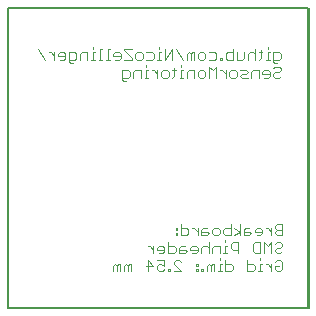
<source format=gbo>
G75*
%MOIN*%
%OFA0B0*%
%FSLAX25Y25*%
%IPPOS*%
%LPD*%
%AMOC8*
5,1,8,0,0,1.08239X$1,22.5*
%
%ADD10C,0.00000*%
%ADD11C,0.00300*%
%ADD12C,0.00500*%
D10*
X0005829Y0005829D02*
X0005829Y0105790D01*
X0106030Y0105790D01*
X0106030Y0005829D01*
X0005829Y0005829D01*
D11*
X0040691Y0017979D02*
X0040691Y0019831D01*
X0041308Y0020448D01*
X0041925Y0019831D01*
X0041925Y0017979D01*
X0041925Y0019831D02*
X0042543Y0020448D01*
X0043160Y0020448D01*
X0043160Y0017979D01*
X0044374Y0017979D02*
X0044374Y0019831D01*
X0044991Y0020448D01*
X0045608Y0019831D01*
X0045608Y0017979D01*
X0046843Y0017979D02*
X0046843Y0020448D01*
X0046226Y0020448D01*
X0045608Y0019831D01*
X0051740Y0019831D02*
X0054209Y0019831D01*
X0052358Y0021682D01*
X0052358Y0017979D01*
X0055423Y0018596D02*
X0056041Y0017979D01*
X0057275Y0017979D01*
X0057892Y0018596D01*
X0059117Y0018596D02*
X0059117Y0017979D01*
X0059734Y0017979D01*
X0059734Y0018596D01*
X0059117Y0018596D01*
X0057892Y0019831D02*
X0056658Y0020448D01*
X0056041Y0020448D01*
X0055423Y0019831D01*
X0055423Y0018596D01*
X0057892Y0019831D02*
X0057892Y0021682D01*
X0055423Y0021682D01*
X0056041Y0023979D02*
X0057275Y0023979D01*
X0057892Y0024596D01*
X0057892Y0025831D01*
X0057275Y0026448D01*
X0056041Y0026448D01*
X0055423Y0025831D01*
X0055423Y0025214D01*
X0057892Y0025214D01*
X0059107Y0026448D02*
X0060958Y0026448D01*
X0061575Y0025831D01*
X0061575Y0024596D01*
X0060958Y0023979D01*
X0059107Y0023979D01*
X0059107Y0027682D01*
X0061572Y0029979D02*
X0061572Y0030596D01*
X0062189Y0030596D01*
X0062189Y0029979D01*
X0061572Y0029979D01*
X0063404Y0029979D02*
X0065255Y0029979D01*
X0065872Y0030596D01*
X0065872Y0031831D01*
X0065255Y0032448D01*
X0063404Y0032448D01*
X0062189Y0032448D02*
X0062189Y0031831D01*
X0061572Y0031831D01*
X0061572Y0032448D01*
X0062189Y0032448D01*
X0063404Y0033682D02*
X0063404Y0029979D01*
X0063407Y0026448D02*
X0062790Y0025831D01*
X0062790Y0023979D01*
X0064641Y0023979D01*
X0065259Y0024596D01*
X0064641Y0025214D01*
X0062790Y0025214D01*
X0063407Y0026448D02*
X0064641Y0026448D01*
X0066473Y0025831D02*
X0066473Y0025214D01*
X0068942Y0025214D01*
X0068942Y0025831D02*
X0068942Y0024596D01*
X0068325Y0023979D01*
X0067090Y0023979D01*
X0066473Y0025831D02*
X0067090Y0026448D01*
X0068325Y0026448D01*
X0068942Y0025831D01*
X0070156Y0025831D02*
X0070156Y0023979D01*
X0070156Y0025831D02*
X0070773Y0026448D01*
X0072008Y0026448D01*
X0072625Y0025831D01*
X0073839Y0025831D02*
X0073839Y0023979D01*
X0072625Y0023979D02*
X0072625Y0027682D01*
X0074456Y0026448D02*
X0073839Y0025831D01*
X0074456Y0026448D02*
X0076308Y0026448D01*
X0076308Y0023979D01*
X0077529Y0023979D02*
X0078763Y0023979D01*
X0078146Y0023979D02*
X0078146Y0026448D01*
X0078763Y0026448D01*
X0079978Y0027065D02*
X0079978Y0025831D01*
X0080595Y0025214D01*
X0082447Y0025214D01*
X0082447Y0023979D02*
X0082447Y0027682D01*
X0080595Y0027682D01*
X0079978Y0027065D01*
X0078146Y0027682D02*
X0078146Y0028299D01*
X0078140Y0029979D02*
X0077522Y0030596D01*
X0077522Y0031831D01*
X0078140Y0032448D01*
X0079991Y0032448D01*
X0081209Y0032448D02*
X0083060Y0031214D01*
X0081209Y0029979D01*
X0079991Y0029979D02*
X0078140Y0029979D01*
X0079991Y0029979D02*
X0079991Y0033682D01*
X0083060Y0033682D02*
X0083060Y0029979D01*
X0084275Y0029979D02*
X0086126Y0029979D01*
X0086744Y0030596D01*
X0086126Y0031214D01*
X0084275Y0031214D01*
X0084275Y0031831D02*
X0084275Y0029979D01*
X0084275Y0031831D02*
X0084892Y0032448D01*
X0086126Y0032448D01*
X0087958Y0031831D02*
X0087958Y0031214D01*
X0090427Y0031214D01*
X0090427Y0031831D02*
X0090427Y0030596D01*
X0089810Y0029979D01*
X0088575Y0029979D01*
X0087958Y0031831D02*
X0088575Y0032448D01*
X0089810Y0032448D01*
X0090427Y0031831D01*
X0091644Y0032448D02*
X0092262Y0032448D01*
X0093496Y0031214D01*
X0094710Y0031214D02*
X0094710Y0030596D01*
X0095328Y0029979D01*
X0097179Y0029979D01*
X0097179Y0033682D01*
X0095328Y0033682D01*
X0094710Y0033065D01*
X0094710Y0032448D01*
X0095328Y0031831D01*
X0097179Y0031831D01*
X0095328Y0031831D02*
X0094710Y0031214D01*
X0093496Y0029979D02*
X0093496Y0032448D01*
X0093496Y0027682D02*
X0092262Y0026448D01*
X0091027Y0027682D01*
X0091027Y0023979D01*
X0089813Y0023979D02*
X0087961Y0023979D01*
X0087344Y0024596D01*
X0087344Y0027065D01*
X0087961Y0027682D01*
X0089813Y0027682D01*
X0089813Y0023979D01*
X0089810Y0022299D02*
X0089810Y0021682D01*
X0089810Y0020448D02*
X0089810Y0017979D01*
X0090427Y0017979D02*
X0089192Y0017979D01*
X0087971Y0018596D02*
X0087971Y0019831D01*
X0087354Y0020448D01*
X0085503Y0020448D01*
X0085503Y0021682D02*
X0085503Y0017979D01*
X0087354Y0017979D01*
X0087971Y0018596D01*
X0089810Y0020448D02*
X0090427Y0020448D01*
X0091644Y0020448D02*
X0092262Y0020448D01*
X0093496Y0019214D01*
X0093496Y0020448D02*
X0093496Y0017979D01*
X0094710Y0018596D02*
X0094710Y0019831D01*
X0095945Y0019831D01*
X0097179Y0021065D02*
X0097179Y0018596D01*
X0096562Y0017979D01*
X0095328Y0017979D01*
X0094710Y0018596D01*
X0094710Y0021065D02*
X0095328Y0021682D01*
X0096562Y0021682D01*
X0097179Y0021065D01*
X0096562Y0023979D02*
X0095328Y0023979D01*
X0094710Y0024596D01*
X0094710Y0025214D01*
X0095328Y0025831D01*
X0096562Y0025831D01*
X0097179Y0026448D01*
X0097179Y0027065D01*
X0096562Y0027682D01*
X0095328Y0027682D01*
X0094710Y0027065D01*
X0093496Y0027682D02*
X0093496Y0023979D01*
X0096562Y0023979D02*
X0097179Y0024596D01*
X0080605Y0019831D02*
X0080605Y0018596D01*
X0079988Y0017979D01*
X0078136Y0017979D01*
X0078136Y0021682D01*
X0078136Y0020448D02*
X0079988Y0020448D01*
X0080605Y0019831D01*
X0076922Y0020448D02*
X0076305Y0020448D01*
X0076305Y0017979D01*
X0076922Y0017979D02*
X0075687Y0017979D01*
X0074466Y0017979D02*
X0074466Y0020448D01*
X0073849Y0020448D01*
X0073232Y0019831D01*
X0072615Y0020448D01*
X0071998Y0019831D01*
X0071998Y0017979D01*
X0070783Y0017979D02*
X0070166Y0017979D01*
X0070166Y0018596D01*
X0070783Y0018596D01*
X0070783Y0017979D01*
X0068942Y0017979D02*
X0068942Y0018596D01*
X0068325Y0018596D01*
X0068325Y0017979D01*
X0068942Y0017979D01*
X0068942Y0019831D02*
X0068325Y0019831D01*
X0068325Y0020448D01*
X0068942Y0020448D01*
X0068942Y0019831D01*
X0073232Y0019831D02*
X0073232Y0017979D01*
X0076305Y0021682D02*
X0076305Y0022299D01*
X0075691Y0029979D02*
X0074456Y0029979D01*
X0073839Y0030596D01*
X0073839Y0031831D01*
X0074456Y0032448D01*
X0075691Y0032448D01*
X0076308Y0031831D01*
X0076308Y0030596D01*
X0075691Y0029979D01*
X0072625Y0030596D02*
X0072008Y0031214D01*
X0070156Y0031214D01*
X0070156Y0031831D02*
X0070156Y0029979D01*
X0072008Y0029979D01*
X0072625Y0030596D01*
X0072008Y0032448D02*
X0070773Y0032448D01*
X0070156Y0031831D01*
X0068942Y0032448D02*
X0068942Y0029979D01*
X0068942Y0031214D02*
X0067707Y0032448D01*
X0067090Y0032448D01*
X0062800Y0021682D02*
X0061565Y0021682D01*
X0060948Y0021065D01*
X0060948Y0020448D01*
X0063417Y0017979D01*
X0060948Y0017979D01*
X0063417Y0021065D02*
X0062800Y0021682D01*
X0054209Y0023979D02*
X0054209Y0026448D01*
X0054209Y0025214D02*
X0052975Y0026448D01*
X0052358Y0026448D01*
X0045108Y0081245D02*
X0044491Y0081245D01*
X0043874Y0081862D01*
X0043874Y0084948D01*
X0045726Y0084948D01*
X0046343Y0084331D01*
X0046343Y0083096D01*
X0045726Y0082479D01*
X0043874Y0082479D01*
X0047557Y0082479D02*
X0047557Y0084331D01*
X0048174Y0084948D01*
X0050026Y0084948D01*
X0050026Y0082479D01*
X0051247Y0082479D02*
X0052481Y0082479D01*
X0051864Y0082479D02*
X0051864Y0084948D01*
X0052481Y0084948D01*
X0053699Y0084948D02*
X0054316Y0084948D01*
X0055551Y0083714D01*
X0055551Y0084948D02*
X0055551Y0082479D01*
X0056765Y0083096D02*
X0056765Y0084331D01*
X0057382Y0084948D01*
X0058617Y0084948D01*
X0059234Y0084331D01*
X0059234Y0083096D01*
X0058617Y0082479D01*
X0057382Y0082479D01*
X0056765Y0083096D01*
X0060455Y0082479D02*
X0061072Y0083096D01*
X0061072Y0085565D01*
X0061689Y0084948D02*
X0060455Y0084948D01*
X0063528Y0084948D02*
X0063528Y0082479D01*
X0064145Y0082479D02*
X0062910Y0082479D01*
X0065359Y0082479D02*
X0065359Y0084331D01*
X0065976Y0084948D01*
X0067828Y0084948D01*
X0067828Y0082479D01*
X0069042Y0083096D02*
X0069042Y0084331D01*
X0069659Y0084948D01*
X0070894Y0084948D01*
X0071511Y0084331D01*
X0071511Y0083096D01*
X0070894Y0082479D01*
X0069659Y0082479D01*
X0069042Y0083096D01*
X0072725Y0082479D02*
X0072725Y0086182D01*
X0073960Y0084948D01*
X0075194Y0086182D01*
X0075194Y0082479D01*
X0076412Y0084948D02*
X0077029Y0084948D01*
X0078263Y0083714D01*
X0078263Y0084948D02*
X0078263Y0082479D01*
X0079478Y0083096D02*
X0079478Y0084331D01*
X0080095Y0084948D01*
X0081329Y0084948D01*
X0081947Y0084331D01*
X0081947Y0083096D01*
X0081329Y0082479D01*
X0080095Y0082479D01*
X0079478Y0083096D01*
X0083161Y0083096D02*
X0083778Y0082479D01*
X0085630Y0082479D01*
X0086844Y0082479D02*
X0086844Y0084331D01*
X0087461Y0084948D01*
X0089313Y0084948D01*
X0089313Y0082479D01*
X0090527Y0083714D02*
X0090527Y0084331D01*
X0091144Y0084948D01*
X0092379Y0084948D01*
X0092996Y0084331D01*
X0092996Y0083096D01*
X0092379Y0082479D01*
X0091144Y0082479D01*
X0090527Y0083714D02*
X0092996Y0083714D01*
X0094210Y0083714D02*
X0094210Y0083096D01*
X0094828Y0082479D01*
X0096062Y0082479D01*
X0096679Y0083096D01*
X0096062Y0084331D02*
X0094828Y0084331D01*
X0094210Y0083714D01*
X0094210Y0085565D02*
X0094828Y0086182D01*
X0096062Y0086182D01*
X0096679Y0085565D01*
X0096679Y0084948D01*
X0096062Y0084331D01*
X0095445Y0087245D02*
X0094828Y0087245D01*
X0094210Y0087862D01*
X0094210Y0090948D01*
X0096062Y0090948D01*
X0096679Y0090331D01*
X0096679Y0089096D01*
X0096062Y0088479D01*
X0094210Y0088479D01*
X0092996Y0088479D02*
X0091762Y0088479D01*
X0092379Y0088479D02*
X0092379Y0090948D01*
X0092996Y0090948D01*
X0092379Y0092182D02*
X0092379Y0092799D01*
X0090541Y0090948D02*
X0089306Y0090948D01*
X0089923Y0091565D02*
X0089923Y0089096D01*
X0089306Y0088479D01*
X0088085Y0088479D02*
X0088085Y0092182D01*
X0087468Y0090948D02*
X0086234Y0090948D01*
X0085616Y0090331D01*
X0085616Y0088479D01*
X0084402Y0089096D02*
X0083785Y0088479D01*
X0081933Y0088479D01*
X0081933Y0090948D01*
X0080719Y0090948D02*
X0078867Y0090948D01*
X0078250Y0090331D01*
X0078250Y0089096D01*
X0078867Y0088479D01*
X0080719Y0088479D01*
X0080719Y0092182D01*
X0077036Y0089096D02*
X0076419Y0089096D01*
X0076419Y0088479D01*
X0077036Y0088479D01*
X0077036Y0089096D01*
X0075194Y0089096D02*
X0074577Y0088479D01*
X0072725Y0088479D01*
X0071511Y0089096D02*
X0071511Y0090331D01*
X0070894Y0090948D01*
X0069659Y0090948D01*
X0069042Y0090331D01*
X0069042Y0089096D01*
X0069659Y0088479D01*
X0070894Y0088479D01*
X0071511Y0089096D01*
X0072725Y0090948D02*
X0074577Y0090948D01*
X0075194Y0090331D01*
X0075194Y0089096D01*
X0067828Y0088479D02*
X0067828Y0090948D01*
X0067211Y0090948D01*
X0066593Y0090331D01*
X0065976Y0090948D01*
X0065359Y0090331D01*
X0065359Y0088479D01*
X0064145Y0088479D02*
X0061676Y0092182D01*
X0060462Y0092182D02*
X0057993Y0088479D01*
X0057993Y0092182D01*
X0056778Y0090948D02*
X0056161Y0090948D01*
X0056161Y0088479D01*
X0056778Y0088479D02*
X0055544Y0088479D01*
X0054323Y0089096D02*
X0054323Y0090331D01*
X0053706Y0090948D01*
X0051854Y0090948D01*
X0050640Y0090331D02*
X0050640Y0089096D01*
X0050023Y0088479D01*
X0048788Y0088479D01*
X0048171Y0089096D01*
X0048171Y0090331D01*
X0048788Y0090948D01*
X0050023Y0090948D01*
X0050640Y0090331D01*
X0051854Y0088479D02*
X0053706Y0088479D01*
X0054323Y0089096D01*
X0051864Y0086799D02*
X0051864Y0086182D01*
X0046957Y0088479D02*
X0044488Y0088479D01*
X0043274Y0089096D02*
X0043274Y0090331D01*
X0042656Y0090948D01*
X0041422Y0090948D01*
X0040805Y0090331D01*
X0040805Y0089714D01*
X0043274Y0089714D01*
X0043274Y0089096D02*
X0042656Y0088479D01*
X0041422Y0088479D01*
X0039590Y0088479D02*
X0038356Y0088479D01*
X0038973Y0088479D02*
X0038973Y0092182D01*
X0039590Y0092182D01*
X0037135Y0092182D02*
X0036518Y0092182D01*
X0036518Y0088479D01*
X0037135Y0088479D02*
X0035901Y0088479D01*
X0034680Y0088479D02*
X0033445Y0088479D01*
X0034062Y0088479D02*
X0034062Y0090948D01*
X0034680Y0090948D01*
X0034062Y0092182D02*
X0034062Y0092799D01*
X0032224Y0090948D02*
X0030373Y0090948D01*
X0029755Y0090331D01*
X0029755Y0088479D01*
X0028541Y0089096D02*
X0028541Y0090331D01*
X0027924Y0090948D01*
X0026072Y0090948D01*
X0026072Y0087862D01*
X0026689Y0087245D01*
X0027307Y0087245D01*
X0027924Y0088479D02*
X0026072Y0088479D01*
X0024858Y0089096D02*
X0024858Y0090331D01*
X0024241Y0090948D01*
X0023006Y0090948D01*
X0022389Y0090331D01*
X0022389Y0089714D01*
X0024858Y0089714D01*
X0024858Y0089096D02*
X0024241Y0088479D01*
X0023006Y0088479D01*
X0021175Y0088479D02*
X0021175Y0090948D01*
X0021175Y0089714D02*
X0019940Y0090948D01*
X0019323Y0090948D01*
X0018105Y0088479D02*
X0015637Y0092182D01*
X0027924Y0088479D02*
X0028541Y0089096D01*
X0032224Y0088479D02*
X0032224Y0090948D01*
X0044488Y0091565D02*
X0046957Y0089096D01*
X0046957Y0088479D01*
X0046957Y0092182D02*
X0044488Y0092182D01*
X0044488Y0091565D01*
X0056161Y0092182D02*
X0056161Y0092799D01*
X0060462Y0092182D02*
X0060462Y0088479D01*
X0063528Y0086799D02*
X0063528Y0086182D01*
X0063528Y0084948D02*
X0064145Y0084948D01*
X0066593Y0088479D02*
X0066593Y0090331D01*
X0083161Y0084948D02*
X0085013Y0084948D01*
X0085630Y0084331D01*
X0085013Y0083714D01*
X0083778Y0083714D01*
X0083161Y0083096D01*
X0084402Y0089096D02*
X0084402Y0090948D01*
X0087468Y0090948D02*
X0088085Y0090331D01*
D12*
X0105829Y0005829D02*
X0005829Y0005829D01*
X0005829Y0105829D01*
X0105829Y0105829D01*
X0105829Y0005829D01*
M02*

</source>
